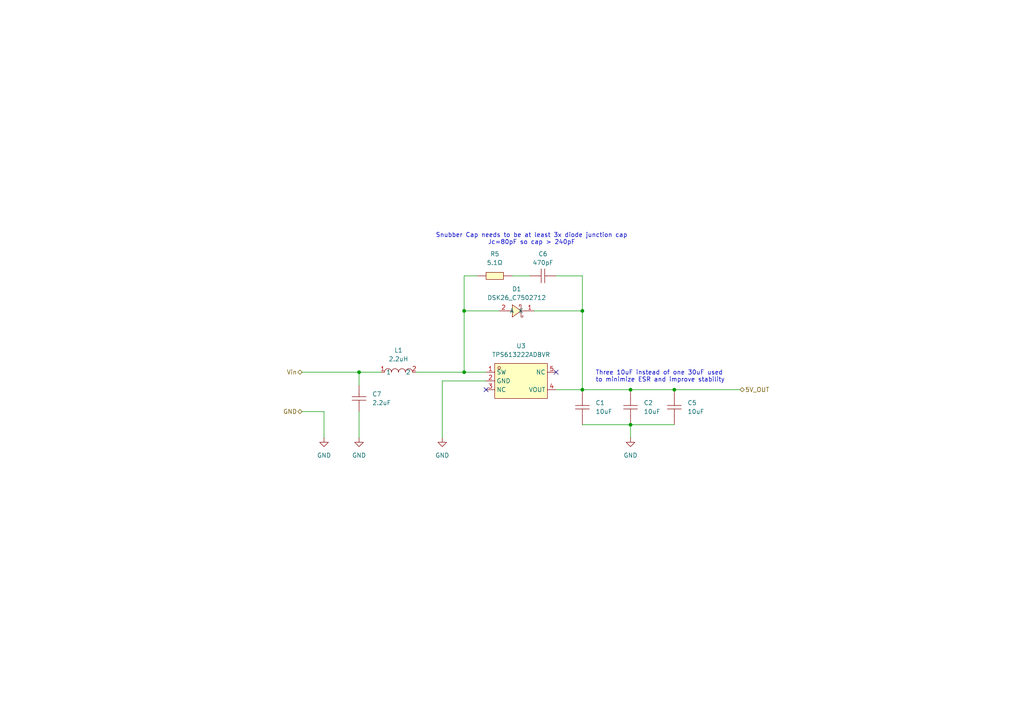
<source format=kicad_sch>
(kicad_sch (version 20250114) (generator "eeschema") (generator_version "9.0")
  (paper "A4")
  (title_block (title "5V Boost Reg") (date "2025-05-26") (rev "1"))
  (lib_symbols
    (symbol "GRM188R6YA106MA73D_1" (pin_numbers (hide yes)) (pin_names (hide yes))
      (property "Reference" "C" (at 0 81.28 0))
      (property "Value" "GRM188R6YA106MA73D" (at 0 71.12 0))
      (symbol "GRM188R6YA106MA73D_1_0_1"
        (polyline (pts (xy -102.11 76.2) (xy -104.14 76.2)))
        (polyline (pts (xy -102.11 74.17) (xy -102.11 78.23)))
        (polyline (pts (xy -101.09 78.23) (xy -101.09 74.17)))
        (polyline (pts (xy -99.06 76.2) (xy -101.09 76.2)))
        (pin unspecified line (at -106.68 76.2 0) (length 2.54) (name "1") (number "1"))
        (pin unspecified line (at -96.52 76.2 180) (length 2.54) (name "2") (number "2"))
      )
    )
    (symbol "GRM188R6YA106MA73D_2" (pin_numbers (hide yes)) (pin_names (hide yes))
      (property "Reference" "C" (at 0 81.28 0))
      (property "Value" "GRM188R6YA106MA73D" (at 0 71.12 0))
      (symbol "GRM188R6YA106MA73D_2_0_1"
        (polyline (pts (xy -102.11 76.2) (xy -104.14 76.2)))
        (polyline (pts (xy -102.11 74.17) (xy -102.11 78.23)))
        (polyline (pts (xy -101.09 78.23) (xy -101.09 74.17)))
        (polyline (pts (xy -99.06 76.2) (xy -101.09 76.2)))
        (pin unspecified line (at -106.68 76.2 0) (length 2.54) (name "1") (number "1"))
        (pin unspecified line (at -96.52 76.2 180) (length 2.54) (name "2") (number "2"))
      )
    )
    (symbol "JLCPCB:0603WAF510KT5E" (pin_numbers (hide yes)) (pin_names (hide yes))
      (property "Reference" "R" (at 0 5.08 0))
      (property "Value" "0603WAF510KT5E" (at 0 -5.08 0))
      (symbol "0603WAF510KT5E_0_1"
        (rectangle (start -2.54 1.02) (end 2.54 -1.02) (fill (type background)))
        (pin input line (at -5.08 0 0) (length 2.54) (name "1") (number "1"))
        (pin input line (at 5.08 0 180) (length 2.54) (name "2") (number "2"))
      )
    )
    (symbol "JLCPCB:CC0603KRX7R9BB471" (pin_numbers (hide yes)) (pin_names (hide yes))
      (property "Reference" "C" (at 0 5.08 0))
      (property "Value" "CC0603KRX7R9BB471" (at 0 -5.08 0))
      (symbol "CC0603KRX7R9BB471_0_1"
        (polyline (pts (xy -1.27 0) (xy -0.51 0)))
        (polyline (pts (xy -0.51 2.03) (xy -0.51 -2.03)))
        (polyline (pts (xy 0.51 2.03) (xy 0.51 -2.03)))
        (polyline (pts (xy 0.51 0) (xy 1.27 0)))
        (pin input line (at -3.81 0 0) (length 2.54) (name "1") (number "1"))
        (pin input line (at 3.81 0 180) (length 2.54) (name "2") (number "2"))
      )
    )
    (symbol "JLCPCB:CL10A225KO8NNNC" (pin_numbers (hide yes)) (pin_names (hide yes))
      (property "Reference" "C" (at 0 5.08 0))
      (property "Value" "CL10A225KO8NNNC" (at 0 -5.08 0))
      (symbol "CL10A225KO8NNNC_0_1"
        (polyline (pts (xy -1.27 0) (xy -0.51 0)))
        (polyline (pts (xy -0.51 2.03) (xy -0.51 -2.03)))
        (polyline (pts (xy 0.51 2.03) (xy 0.51 -2.03)))
        (polyline (pts (xy 0.51 0) (xy 1.27 0)))
        (pin input line (at -3.81 0 0) (length 2.54) (name "1") (number "1"))
        (pin input line (at 3.81 0 180) (length 2.54) (name "2") (number "2"))
      )
    )
    (symbol "JLCPCB:DFE252012F-2R2M=P2"
      (property "Reference" "L" (at 0 5.08 0))
      (property "Value" "DFE252012F-2R2M=P2" (at 0 -5.08 0))
      (symbol "DFE252012F-2R2M=P2_0_1"
        (arc (start -4.06 -0.01) (mid -2.83 0.99) (end -2.03 0.01))
        (arc (start -2.03 -0.01) (mid -0.8 0.99) (end 0 0.01))
        (arc (start 0 -0.01) (mid 1.23 0.99) (end 2.03 0.01))
        (arc (start 2.03 -0.01) (mid 3.26 0.99) (end 4.06 0.01))
        (pin unspecified line (at -5.08 0 0) (length 1.016) (name "1") (number "1"))
        (pin unspecified line (at 5.08 0 180) (length 1.016) (name "2") (number "2"))
      )
    )
    (symbol "JLCPCB:DSK26_C7502712"
      (property "Reference" "D" (at 0 5.08 0))
      (property "Value" "DSK26_C7502712" (at 0 -5.08 0))
      (symbol "DSK26_C7502712_0_1"
        (polyline (pts (xy -1.78 1.27) (xy -1.78 1.78) (xy -1.27 1.78) (xy -1.27 -1.78) (xy -0.76 -1.78) (xy -0.76 -1.27)))
        (polyline (pts (xy -1.27 0) (xy -2.54 0)))
        (polyline (pts (xy 1.27 1.78) (xy -1.27 0) (xy 1.27 -1.78) (xy 1.27 1.78)) (fill (type background)))
        (polyline (pts (xy 2.54 0) (xy 1.27 0)))
        (pin unspecified line (at -5.08 0 0) (length 2.54) (name "K") (number "1"))
        (pin unspecified line (at 5.08 0 180) (length 2.54) (name "A") (number "2"))
      )
    )
    (symbol "JLCPCB:GRM188R6YA106MA73D" (pin_numbers (hide yes)) (pin_names (hide yes))
      (property "Reference" "C" (at 0 81.28 0))
      (property "Value" "GRM188R6YA106MA73D" (at 0 71.12 0))
      (symbol "GRM188R6YA106MA73D_0_1"
        (polyline (pts (xy -102.11 76.2) (xy -104.14 76.2)))
        (polyline (pts (xy -102.11 74.17) (xy -102.11 78.23)))
        (polyline (pts (xy -101.09 78.23) (xy -101.09 74.17)))
        (polyline (pts (xy -99.06 76.2) (xy -101.09 76.2)))
        (pin unspecified line (at -106.68 76.2 0) (length 2.54) (name "1") (number "1"))
        (pin unspecified line (at -96.52 76.2 180) (length 2.54) (name "2") (number "2"))
      )
    )
    (symbol "JLCPCB:TPS613222ADBVR"
      (property "Reference" "U" (at 0 7.62 0))
      (property "Value" "TPS613222ADBVR" (at 0 -7.62 0))
      (symbol "TPS613222ADBVR_0_1"
        (rectangle (start -7.62 5.08) (end 7.62 -5.08) (fill (type background)))
        (circle (center -6.35 3.81) (radius 0.38))
        (pin unspecified line (at -10.16 2.54 0) (length 2.54) (name "SW") (number "1"))
        (pin unspecified line (at -10.16 0 0) (length 2.54) (name "GND") (number "2"))
        (pin unspecified line (at -10.16 -2.54 0) (length 2.54) (name "NC") (number "3"))
        (pin unspecified line (at 10.16 2.54 180) (length 2.54) (name "NC") (number "5"))
        (pin unspecified line (at 10.16 -2.54 180) (length 2.54) (name "VOUT") (number "4"))
      )
    )
    (symbol "power:GND" (power) (pin_numbers (hide yes)) (pin_names (offset 0) (hide yes))
      (property "Value" "GND" (at 0 -3.81 0))
      (symbol "GND_0_1"
        (polyline (pts (xy 0 0) (xy 0 -1.27) (xy 1.27 -1.27) (xy 0 -2.54) (xy -1.27 -1.27) (xy 0 -1.27)))
      )
      (symbol "GND_1_1"
        (pin power_in line (at 0 0 270) (length 0) (name "~") (number "1"))
      )
    )
  )
  (text "Snubber Cap needs to be at least 3x diode junction cap\nJc=80pF so cap > 240pF\n" (at 154.178 69.342 0) (effects (font (size 1.27 1.27))))
  (text "Three 10uF instead of one 30uF used \nto minimize ESR and improve stability" (at 172.72 109.22 0) (effects (font (size 1.27 1.27)) (justify left)))
  (junction (at 134.62 90.17))
  (junction (at 182.88 113.03))
  (junction (at 168.91 113.03))
  (junction (at 134.62 107.95))
  (junction (at 195.58 113.03))
  (junction (at 168.91 90.17))
  (junction (at 104.14 107.95))
  (junction (at 182.88 123.19))
  (no_connect (at 161.29 107.95))
  (no_connect (at 140.97 113.03))
  (wire (pts (xy 120.65 107.95) (xy 134.62 107.95)))
  (wire (pts (xy 182.88 123.19) (xy 195.58 123.19)))
  (wire (pts (xy 161.29 80.01) (xy 168.91 80.01)))
  (wire (pts (xy 134.62 80.01) (xy 134.62 90.17)))
  (wire (pts (xy 168.91 80.01) (xy 168.91 90.17)))
  (wire (pts (xy 161.29 113.03) (xy 168.91 113.03)))
  (wire (pts (xy 168.91 123.19) (xy 182.88 123.19)))
  (wire (pts (xy 195.58 113.03) (xy 214.63 113.03)))
  (wire (pts (xy 134.62 90.17) (xy 144.78 90.17)))
  (wire (pts (xy 182.88 113.03) (xy 195.58 113.03)))
  (wire (pts (xy 168.91 90.17) (xy 168.91 113.03)))
  (wire (pts (xy 182.88 123.19) (xy 182.88 127)))
  (wire (pts (xy 148.59 80.01) (xy 153.67 80.01)))
  (wire (pts (xy 104.14 107.95) (xy 104.14 111.76)))
  (wire (pts (xy 138.43 80.01) (xy 134.62 80.01)))
  (wire (pts (xy 87.63 119.38) (xy 93.98 119.38)))
  (wire (pts (xy 154.94 90.17) (xy 168.91 90.17)))
  (wire (pts (xy 134.62 107.95) (xy 140.97 107.95)))
  (wire (pts (xy 87.63 107.95) (xy 104.14 107.95)))
  (wire (pts (xy 168.91 113.03) (xy 182.88 113.03)))
  (wire (pts (xy 93.98 127) (xy 93.98 119.38)))
  (wire (pts (xy 134.62 90.17) (xy 134.62 107.95)))
  (wire (pts (xy 110.49 107.95) (xy 104.14 107.95)))
  (wire (pts (xy 140.97 110.49) (xy 128.27 110.49)))
  (wire (pts (xy 104.14 119.38) (xy 104.14 127)))
  (wire (pts (xy 128.27 110.49) (xy 128.27 127)))
  (hierarchical_label "5V_OUT" (shape bidirectional) (at 214.63 113.03 0))
  (hierarchical_label "Vin" (shape bidirectional) (at 87.63 107.95 180))
  (hierarchical_label "GND" (shape bidirectional) (at 87.63 119.38 180))
  (symbol (lib_name "GRM188R6YA106MA73D_2") (lib_id "JLCPCB:GRM188R6YA106MA73D") (at 259.08 16.51 90) (unit 1)
    (property "Reference" "C2" (at 186.69 116.8399 90) (effects (justify right)))
    (property "Value" "10uF" (at 186.69 119.3799 90) (effects (justify right)))
    (property "Footprint" "imported:C0603" (effects (hide yes)))
    (property "LCSC Part" "C194427" (effects (hide yes)))
    (property "MPN" "GRM188R6YA106MA73D" (effects (hide yes)))
  )
  (symbol (lib_id "power:GND") (at 93.98 127 0) (unit 1)
    (property "Reference" "#PWR026" (effects (hide yes)))
    (property "Value" "GND" (at 93.98 132.08 0))
    (property "Description" "Power symbol creates a global label with name \"GND\" , ground" (effects (hide yes)))
  )
  (symbol (lib_id "power:GND") (at 182.88 127 0) (unit 1)
    (property "Reference" "#PWR023" (effects (hide yes)))
    (property "Value" "GND" (at 182.88 132.08 0))
    (property "Description" "Power symbol creates a global label with name \"GND\" , ground" (effects (hide yes)))
  )
  (symbol (lib_id "JLCPCB:DFE252012F-2R2M=P2") (at 115.57 107.95 0) (unit 1)
    (property "Reference" "L1" (at 115.57 101.6 0))
    (property "Value" "2.2uH" (at 115.57 104.14 0))
    (property "Footprint" "imported:L1008" (effects (hide yes)))
    (property "LCSC Part" "C576403" (effects (hide yes)))
    (property "MPN" "DFE252012F-2R2M=P2" (effects (hide yes)))
  )
  (symbol (lib_id "power:GND") (at 128.27 127 0) (unit 1)
    (property "Reference" "#PWR024" (effects (hide yes)))
    (property "Value" "GND" (at 128.27 132.08 0))
    (property "Description" "Power symbol creates a global label with name \"GND\" , ground" (effects (hide yes)))
  )
  (symbol (lib_id "JLCPCB:DSK26_C7502712") (at 149.86 90.17 180) (unit 1)
    (property "Reference" "D1" (at 149.86 83.82 0))
    (property "Value" "DSK26_C7502712" (at 149.86 86.36 0))
    (property "Footprint" "imported:SOD-123FL_L2.7-W1.8-LS3.8-RD" (effects (hide yes)))
    (property "LCSC Part" "C7502712" (effects (hide yes)))
  )
  (symbol (lib_name "GRM188R6YA106MA73D_1") (lib_id "JLCPCB:GRM188R6YA106MA73D") (at 245.11 16.51 90) (unit 1)
    (property "Reference" "C1" (at 172.72 116.8399 90) (effects (justify right)))
    (property "Value" "10uF" (at 172.72 119.3799 90) (effects (justify right)))
    (property "Footprint" "imported:C0603" (effects (hide yes)))
    (property "LCSC Part" "C194427" (effects (hide yes)))
    (property "MPN" "GRM188R6YA106MA73D" (effects (hide yes)))
  )
  (symbol (lib_id "JLCPCB:CL10A225KO8NNNC") (at 104.14 115.57 90) (unit 1)
    (property "Reference" "C7" (at 107.95 114.2999 90) (effects (justify right)))
    (property "Value" "2.2uF" (at 107.95 116.8399 90) (effects (justify right)))
    (property "Footprint" "imported:C0603" (effects (hide yes)))
    (property "Datasheet" "https://lcsc.com/product-detail/Multilayer-Ceramic-Capacitors-MLCC-SMD-SMT_SAMSUNG_CL10A225KO8NNNC_2-2uF-225-10-16V_C23630.html" (effects (hide yes)))
    (property "LCSC Part" "C23630" (effects (hide yes)))
    (property "MPN" "CL10A225KO8NNNC" (effects (hide yes)))
  )
  (symbol (lib_id "JLCPCB:0603WAF510KT5E") (at 143.51 80.01 0) (unit 1)
    (property "Reference" "R5" (at 143.51 73.66 0))
    (property "Value" "5.1Ω" (at 143.51 76.2 0))
    (property "Footprint" "imported:R0603" (effects (hide yes)))
    (property "Datasheet" "https://lcsc.com/product-detail/Chip-Resistor-Surface-Mount-UniOhm_5-1R-5R10-1_C25197.html" (effects (hide yes)))
    (property "LCSC Part" "C25197" (effects (hide yes)))
    (property "MPN" "0603WAF510KT5E" (effects (hide yes)))
  )
  (symbol (lib_id "power:GND") (at 104.14 127 0) (unit 1)
    (property "Reference" "#PWR025" (effects (hide yes)))
    (property "Value" "GND" (at 104.14 132.08 0))
    (property "Description" "Power symbol creates a global label with name \"GND\" , ground" (effects (hide yes)))
  )
  (symbol (lib_id "JLCPCB:CC0603KRX7R9BB471") (at 157.48 80.01 0) (unit 1)
    (property "Reference" "C6" (at 157.48 73.66 0))
    (property "Value" "470pF" (at 157.48 76.2 0))
    (property "Footprint" "imported:C0603" (effects (hide yes)))
    (property "Datasheet" "https://lcsc.com/product-detail/Multilayer-Ceramic-Capacitors-MLCC-SMD-SMT_470pF-471-10-50V_C107092.html" (effects (hide yes)))
    (property "LCSC Part" "C107092" (effects (hide yes)))
    (property "MPN" "CC0603KRX7R9BB471" (effects (hide yes)))
  )
  (symbol (lib_id "JLCPCB:TPS613222ADBVR") (at 151.13 110.49 0) (unit 1)
    (property "Reference" "U3" (at 151.13 100.33 0))
    (property "Value" "TPS613222ADBVR" (at 151.13 102.87 0))
    (property "Footprint" "imported:TSOT-23-5_L2.9-W1.6-P0.95-LS2.8-BR" (effects (hide yes)))
    (property "LCSC Part" "C2071163" (effects (hide yes)))
  )
  (symbol (lib_id "JLCPCB:GRM188R6YA106MA73D") (at 271.78 16.51 90) (unit 1)
    (property "Reference" "C5" (at 199.39 116.8399 90) (effects (justify right)))
    (property "Value" "10uF" (at 199.39 119.3799 90) (effects (justify right)))
    (property "Footprint" "imported:C0603" (effects (hide yes)))
    (property "LCSC Part" "C194427" (effects (hide yes)))
    (property "MPN" "GRM188R6YA106MA73D" (effects (hide yes)))
  )
)
</source>
